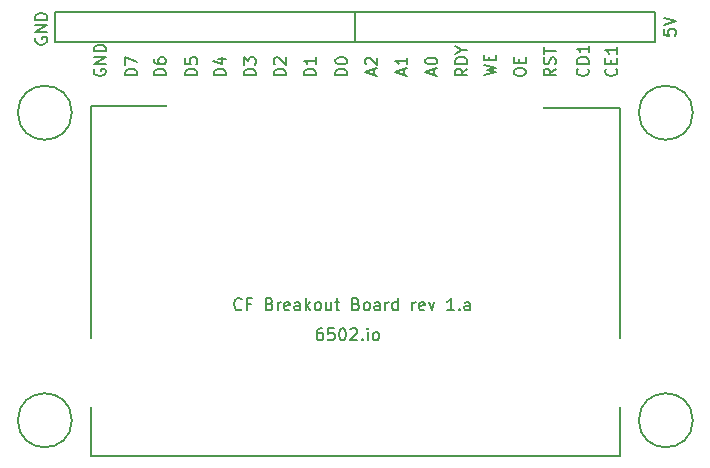
<source format=gto>
G04 #@! TF.FileFunction,Legend,Top*
%FSLAX46Y46*%
G04 Gerber Fmt 4.6, Leading zero omitted, Abs format (unit mm)*
G04 Created by KiCad (PCBNEW (2015-08-16 BZR 6097, Git b384c94)-product) date 1/3/2016 5:05:16 PM*
%MOMM*%
G01*
G04 APERTURE LIST*
%ADD10C,0.100000*%
%ADD11C,0.150000*%
%ADD12C,3.600000*%
%ADD13R,2.127200X2.432000*%
%ADD14O,2.127200X2.432000*%
%ADD15R,3.400000X5.800000*%
%ADD16C,2.900000*%
%ADD17C,3.400000*%
%ADD18R,0.800000X4.900000*%
G04 APERTURE END LIST*
D10*
D11*
X143248334Y-107402381D02*
X143057857Y-107402381D01*
X142962619Y-107450000D01*
X142915000Y-107497619D01*
X142819762Y-107640476D01*
X142772143Y-107830952D01*
X142772143Y-108211905D01*
X142819762Y-108307143D01*
X142867381Y-108354762D01*
X142962619Y-108402381D01*
X143153096Y-108402381D01*
X143248334Y-108354762D01*
X143295953Y-108307143D01*
X143343572Y-108211905D01*
X143343572Y-107973810D01*
X143295953Y-107878571D01*
X143248334Y-107830952D01*
X143153096Y-107783333D01*
X142962619Y-107783333D01*
X142867381Y-107830952D01*
X142819762Y-107878571D01*
X142772143Y-107973810D01*
X144248334Y-107402381D02*
X143772143Y-107402381D01*
X143724524Y-107878571D01*
X143772143Y-107830952D01*
X143867381Y-107783333D01*
X144105477Y-107783333D01*
X144200715Y-107830952D01*
X144248334Y-107878571D01*
X144295953Y-107973810D01*
X144295953Y-108211905D01*
X144248334Y-108307143D01*
X144200715Y-108354762D01*
X144105477Y-108402381D01*
X143867381Y-108402381D01*
X143772143Y-108354762D01*
X143724524Y-108307143D01*
X144915000Y-107402381D02*
X145010239Y-107402381D01*
X145105477Y-107450000D01*
X145153096Y-107497619D01*
X145200715Y-107592857D01*
X145248334Y-107783333D01*
X145248334Y-108021429D01*
X145200715Y-108211905D01*
X145153096Y-108307143D01*
X145105477Y-108354762D01*
X145010239Y-108402381D01*
X144915000Y-108402381D01*
X144819762Y-108354762D01*
X144772143Y-108307143D01*
X144724524Y-108211905D01*
X144676905Y-108021429D01*
X144676905Y-107783333D01*
X144724524Y-107592857D01*
X144772143Y-107497619D01*
X144819762Y-107450000D01*
X144915000Y-107402381D01*
X145629286Y-107497619D02*
X145676905Y-107450000D01*
X145772143Y-107402381D01*
X146010239Y-107402381D01*
X146105477Y-107450000D01*
X146153096Y-107497619D01*
X146200715Y-107592857D01*
X146200715Y-107688095D01*
X146153096Y-107830952D01*
X145581667Y-108402381D01*
X146200715Y-108402381D01*
X146629286Y-108307143D02*
X146676905Y-108354762D01*
X146629286Y-108402381D01*
X146581667Y-108354762D01*
X146629286Y-108307143D01*
X146629286Y-108402381D01*
X147105476Y-108402381D02*
X147105476Y-107735714D01*
X147105476Y-107402381D02*
X147057857Y-107450000D01*
X147105476Y-107497619D01*
X147153095Y-107450000D01*
X147105476Y-107402381D01*
X147105476Y-107497619D01*
X147724523Y-108402381D02*
X147629285Y-108354762D01*
X147581666Y-108307143D01*
X147534047Y-108211905D01*
X147534047Y-107926190D01*
X147581666Y-107830952D01*
X147629285Y-107783333D01*
X147724523Y-107735714D01*
X147867381Y-107735714D01*
X147962619Y-107783333D01*
X148010238Y-107830952D01*
X148057857Y-107926190D01*
X148057857Y-108211905D01*
X148010238Y-108307143D01*
X147962619Y-108354762D01*
X147867381Y-108402381D01*
X147724523Y-108402381D01*
X136415046Y-105767143D02*
X136367427Y-105814762D01*
X136224570Y-105862381D01*
X136129332Y-105862381D01*
X135986474Y-105814762D01*
X135891236Y-105719524D01*
X135843617Y-105624286D01*
X135795998Y-105433810D01*
X135795998Y-105290952D01*
X135843617Y-105100476D01*
X135891236Y-105005238D01*
X135986474Y-104910000D01*
X136129332Y-104862381D01*
X136224570Y-104862381D01*
X136367427Y-104910000D01*
X136415046Y-104957619D01*
X137176951Y-105338571D02*
X136843617Y-105338571D01*
X136843617Y-105862381D02*
X136843617Y-104862381D01*
X137319808Y-104862381D01*
X138795999Y-105338571D02*
X138938856Y-105386190D01*
X138986475Y-105433810D01*
X139034094Y-105529048D01*
X139034094Y-105671905D01*
X138986475Y-105767143D01*
X138938856Y-105814762D01*
X138843618Y-105862381D01*
X138462665Y-105862381D01*
X138462665Y-104862381D01*
X138795999Y-104862381D01*
X138891237Y-104910000D01*
X138938856Y-104957619D01*
X138986475Y-105052857D01*
X138986475Y-105148095D01*
X138938856Y-105243333D01*
X138891237Y-105290952D01*
X138795999Y-105338571D01*
X138462665Y-105338571D01*
X139462665Y-105862381D02*
X139462665Y-105195714D01*
X139462665Y-105386190D02*
X139510284Y-105290952D01*
X139557903Y-105243333D01*
X139653141Y-105195714D01*
X139748380Y-105195714D01*
X140462666Y-105814762D02*
X140367428Y-105862381D01*
X140176951Y-105862381D01*
X140081713Y-105814762D01*
X140034094Y-105719524D01*
X140034094Y-105338571D01*
X140081713Y-105243333D01*
X140176951Y-105195714D01*
X140367428Y-105195714D01*
X140462666Y-105243333D01*
X140510285Y-105338571D01*
X140510285Y-105433810D01*
X140034094Y-105529048D01*
X141367428Y-105862381D02*
X141367428Y-105338571D01*
X141319809Y-105243333D01*
X141224571Y-105195714D01*
X141034094Y-105195714D01*
X140938856Y-105243333D01*
X141367428Y-105814762D02*
X141272190Y-105862381D01*
X141034094Y-105862381D01*
X140938856Y-105814762D01*
X140891237Y-105719524D01*
X140891237Y-105624286D01*
X140938856Y-105529048D01*
X141034094Y-105481429D01*
X141272190Y-105481429D01*
X141367428Y-105433810D01*
X141843618Y-105862381D02*
X141843618Y-104862381D01*
X141938856Y-105481429D02*
X142224571Y-105862381D01*
X142224571Y-105195714D02*
X141843618Y-105576667D01*
X142795999Y-105862381D02*
X142700761Y-105814762D01*
X142653142Y-105767143D01*
X142605523Y-105671905D01*
X142605523Y-105386190D01*
X142653142Y-105290952D01*
X142700761Y-105243333D01*
X142795999Y-105195714D01*
X142938857Y-105195714D01*
X143034095Y-105243333D01*
X143081714Y-105290952D01*
X143129333Y-105386190D01*
X143129333Y-105671905D01*
X143081714Y-105767143D01*
X143034095Y-105814762D01*
X142938857Y-105862381D01*
X142795999Y-105862381D01*
X143986476Y-105195714D02*
X143986476Y-105862381D01*
X143557904Y-105195714D02*
X143557904Y-105719524D01*
X143605523Y-105814762D01*
X143700761Y-105862381D01*
X143843619Y-105862381D01*
X143938857Y-105814762D01*
X143986476Y-105767143D01*
X144319809Y-105195714D02*
X144700761Y-105195714D01*
X144462666Y-104862381D02*
X144462666Y-105719524D01*
X144510285Y-105814762D01*
X144605523Y-105862381D01*
X144700761Y-105862381D01*
X146129334Y-105338571D02*
X146272191Y-105386190D01*
X146319810Y-105433810D01*
X146367429Y-105529048D01*
X146367429Y-105671905D01*
X146319810Y-105767143D01*
X146272191Y-105814762D01*
X146176953Y-105862381D01*
X145796000Y-105862381D01*
X145796000Y-104862381D01*
X146129334Y-104862381D01*
X146224572Y-104910000D01*
X146272191Y-104957619D01*
X146319810Y-105052857D01*
X146319810Y-105148095D01*
X146272191Y-105243333D01*
X146224572Y-105290952D01*
X146129334Y-105338571D01*
X145796000Y-105338571D01*
X146938857Y-105862381D02*
X146843619Y-105814762D01*
X146796000Y-105767143D01*
X146748381Y-105671905D01*
X146748381Y-105386190D01*
X146796000Y-105290952D01*
X146843619Y-105243333D01*
X146938857Y-105195714D01*
X147081715Y-105195714D01*
X147176953Y-105243333D01*
X147224572Y-105290952D01*
X147272191Y-105386190D01*
X147272191Y-105671905D01*
X147224572Y-105767143D01*
X147176953Y-105814762D01*
X147081715Y-105862381D01*
X146938857Y-105862381D01*
X148129334Y-105862381D02*
X148129334Y-105338571D01*
X148081715Y-105243333D01*
X147986477Y-105195714D01*
X147796000Y-105195714D01*
X147700762Y-105243333D01*
X148129334Y-105814762D02*
X148034096Y-105862381D01*
X147796000Y-105862381D01*
X147700762Y-105814762D01*
X147653143Y-105719524D01*
X147653143Y-105624286D01*
X147700762Y-105529048D01*
X147796000Y-105481429D01*
X148034096Y-105481429D01*
X148129334Y-105433810D01*
X148605524Y-105862381D02*
X148605524Y-105195714D01*
X148605524Y-105386190D02*
X148653143Y-105290952D01*
X148700762Y-105243333D01*
X148796000Y-105195714D01*
X148891239Y-105195714D01*
X149653144Y-105862381D02*
X149653144Y-104862381D01*
X149653144Y-105814762D02*
X149557906Y-105862381D01*
X149367429Y-105862381D01*
X149272191Y-105814762D01*
X149224572Y-105767143D01*
X149176953Y-105671905D01*
X149176953Y-105386190D01*
X149224572Y-105290952D01*
X149272191Y-105243333D01*
X149367429Y-105195714D01*
X149557906Y-105195714D01*
X149653144Y-105243333D01*
X150891239Y-105862381D02*
X150891239Y-105195714D01*
X150891239Y-105386190D02*
X150938858Y-105290952D01*
X150986477Y-105243333D01*
X151081715Y-105195714D01*
X151176954Y-105195714D01*
X151891240Y-105814762D02*
X151796002Y-105862381D01*
X151605525Y-105862381D01*
X151510287Y-105814762D01*
X151462668Y-105719524D01*
X151462668Y-105338571D01*
X151510287Y-105243333D01*
X151605525Y-105195714D01*
X151796002Y-105195714D01*
X151891240Y-105243333D01*
X151938859Y-105338571D01*
X151938859Y-105433810D01*
X151462668Y-105529048D01*
X152272192Y-105195714D02*
X152510287Y-105862381D01*
X152748383Y-105195714D01*
X154415050Y-105862381D02*
X153843621Y-105862381D01*
X154129335Y-105862381D02*
X154129335Y-104862381D01*
X154034097Y-105005238D01*
X153938859Y-105100476D01*
X153843621Y-105148095D01*
X154843621Y-105767143D02*
X154891240Y-105814762D01*
X154843621Y-105862381D01*
X154796002Y-105814762D01*
X154843621Y-105767143D01*
X154843621Y-105862381D01*
X155748383Y-105862381D02*
X155748383Y-105338571D01*
X155700764Y-105243333D01*
X155605526Y-105195714D01*
X155415049Y-105195714D01*
X155319811Y-105243333D01*
X155748383Y-105814762D02*
X155653145Y-105862381D01*
X155415049Y-105862381D01*
X155319811Y-105814762D01*
X155272192Y-105719524D01*
X155272192Y-105624286D01*
X155319811Y-105529048D01*
X155415049Y-105481429D01*
X155653145Y-105481429D01*
X155748383Y-105433810D01*
X172172381Y-82089714D02*
X172172381Y-82565905D01*
X172648571Y-82613524D01*
X172600952Y-82565905D01*
X172553333Y-82470667D01*
X172553333Y-82232571D01*
X172600952Y-82137333D01*
X172648571Y-82089714D01*
X172743810Y-82042095D01*
X172981905Y-82042095D01*
X173077143Y-82089714D01*
X173124762Y-82137333D01*
X173172381Y-82232571D01*
X173172381Y-82470667D01*
X173124762Y-82565905D01*
X173077143Y-82613524D01*
X172172381Y-81756381D02*
X173172381Y-81423048D01*
X172172381Y-81089714D01*
X168124143Y-85423476D02*
X168171762Y-85471095D01*
X168219381Y-85613952D01*
X168219381Y-85709190D01*
X168171762Y-85852048D01*
X168076524Y-85947286D01*
X167981286Y-85994905D01*
X167790810Y-86042524D01*
X167647952Y-86042524D01*
X167457476Y-85994905D01*
X167362238Y-85947286D01*
X167267000Y-85852048D01*
X167219381Y-85709190D01*
X167219381Y-85613952D01*
X167267000Y-85471095D01*
X167314619Y-85423476D01*
X167695571Y-84994905D02*
X167695571Y-84661571D01*
X168219381Y-84518714D02*
X168219381Y-84994905D01*
X167219381Y-84994905D01*
X167219381Y-84518714D01*
X168219381Y-83566333D02*
X168219381Y-84137762D01*
X168219381Y-83852048D02*
X167219381Y-83852048D01*
X167362238Y-83947286D01*
X167457476Y-84042524D01*
X167505095Y-84137762D01*
X165711143Y-85423476D02*
X165758762Y-85471095D01*
X165806381Y-85613952D01*
X165806381Y-85709190D01*
X165758762Y-85852048D01*
X165663524Y-85947286D01*
X165568286Y-85994905D01*
X165377810Y-86042524D01*
X165234952Y-86042524D01*
X165044476Y-85994905D01*
X164949238Y-85947286D01*
X164854000Y-85852048D01*
X164806381Y-85709190D01*
X164806381Y-85613952D01*
X164854000Y-85471095D01*
X164901619Y-85423476D01*
X165806381Y-84994905D02*
X164806381Y-84994905D01*
X164806381Y-84756810D01*
X164854000Y-84613952D01*
X164949238Y-84518714D01*
X165044476Y-84471095D01*
X165234952Y-84423476D01*
X165377810Y-84423476D01*
X165568286Y-84471095D01*
X165663524Y-84518714D01*
X165758762Y-84613952D01*
X165806381Y-84756810D01*
X165806381Y-84994905D01*
X165806381Y-83471095D02*
X165806381Y-84042524D01*
X165806381Y-83756810D02*
X164806381Y-83756810D01*
X164949238Y-83852048D01*
X165044476Y-83947286D01*
X165092095Y-84042524D01*
X163012381Y-85423476D02*
X162536190Y-85756810D01*
X163012381Y-85994905D02*
X162012381Y-85994905D01*
X162012381Y-85613952D01*
X162060000Y-85518714D01*
X162107619Y-85471095D01*
X162202857Y-85423476D01*
X162345714Y-85423476D01*
X162440952Y-85471095D01*
X162488571Y-85518714D01*
X162536190Y-85613952D01*
X162536190Y-85994905D01*
X162964762Y-85042524D02*
X163012381Y-84899667D01*
X163012381Y-84661571D01*
X162964762Y-84566333D01*
X162917143Y-84518714D01*
X162821905Y-84471095D01*
X162726667Y-84471095D01*
X162631429Y-84518714D01*
X162583810Y-84566333D01*
X162536190Y-84661571D01*
X162488571Y-84852048D01*
X162440952Y-84947286D01*
X162393333Y-84994905D01*
X162298095Y-85042524D01*
X162202857Y-85042524D01*
X162107619Y-84994905D01*
X162060000Y-84947286D01*
X162012381Y-84852048D01*
X162012381Y-84613952D01*
X162060000Y-84471095D01*
X162012381Y-84185381D02*
X162012381Y-83613952D01*
X163012381Y-83899667D02*
X162012381Y-83899667D01*
X159472381Y-85804429D02*
X159472381Y-85613952D01*
X159520000Y-85518714D01*
X159615238Y-85423476D01*
X159805714Y-85375857D01*
X160139048Y-85375857D01*
X160329524Y-85423476D01*
X160424762Y-85518714D01*
X160472381Y-85613952D01*
X160472381Y-85804429D01*
X160424762Y-85899667D01*
X160329524Y-85994905D01*
X160139048Y-86042524D01*
X159805714Y-86042524D01*
X159615238Y-85994905D01*
X159520000Y-85899667D01*
X159472381Y-85804429D01*
X159948571Y-84947286D02*
X159948571Y-84613952D01*
X160472381Y-84471095D02*
X160472381Y-84947286D01*
X159472381Y-84947286D01*
X159472381Y-84471095D01*
X156932381Y-85963143D02*
X157932381Y-85725048D01*
X157218095Y-85534571D01*
X157932381Y-85344095D01*
X156932381Y-85106000D01*
X157408571Y-84725048D02*
X157408571Y-84391714D01*
X157932381Y-84248857D02*
X157932381Y-84725048D01*
X156932381Y-84725048D01*
X156932381Y-84248857D01*
X155519381Y-85423476D02*
X155043190Y-85756810D01*
X155519381Y-85994905D02*
X154519381Y-85994905D01*
X154519381Y-85613952D01*
X154567000Y-85518714D01*
X154614619Y-85471095D01*
X154709857Y-85423476D01*
X154852714Y-85423476D01*
X154947952Y-85471095D01*
X154995571Y-85518714D01*
X155043190Y-85613952D01*
X155043190Y-85994905D01*
X155519381Y-84994905D02*
X154519381Y-84994905D01*
X154519381Y-84756810D01*
X154567000Y-84613952D01*
X154662238Y-84518714D01*
X154757476Y-84471095D01*
X154947952Y-84423476D01*
X155090810Y-84423476D01*
X155281286Y-84471095D01*
X155376524Y-84518714D01*
X155471762Y-84613952D01*
X155519381Y-84756810D01*
X155519381Y-84994905D01*
X155043190Y-83804429D02*
X155519381Y-83804429D01*
X154519381Y-84137762D02*
X155043190Y-83804429D01*
X154519381Y-83471095D01*
X152693667Y-85915524D02*
X152693667Y-85439333D01*
X152979381Y-86010762D02*
X151979381Y-85677429D01*
X152979381Y-85344095D01*
X151979381Y-84820286D02*
X151979381Y-84725047D01*
X152027000Y-84629809D01*
X152074619Y-84582190D01*
X152169857Y-84534571D01*
X152360333Y-84486952D01*
X152598429Y-84486952D01*
X152788905Y-84534571D01*
X152884143Y-84582190D01*
X152931762Y-84629809D01*
X152979381Y-84725047D01*
X152979381Y-84820286D01*
X152931762Y-84915524D01*
X152884143Y-84963143D01*
X152788905Y-85010762D01*
X152598429Y-85058381D01*
X152360333Y-85058381D01*
X152169857Y-85010762D01*
X152074619Y-84963143D01*
X152027000Y-84915524D01*
X151979381Y-84820286D01*
X150153667Y-85915524D02*
X150153667Y-85439333D01*
X150439381Y-86010762D02*
X149439381Y-85677429D01*
X150439381Y-85344095D01*
X150439381Y-84486952D02*
X150439381Y-85058381D01*
X150439381Y-84772667D02*
X149439381Y-84772667D01*
X149582238Y-84867905D01*
X149677476Y-84963143D01*
X149725095Y-85058381D01*
X147613667Y-85915524D02*
X147613667Y-85439333D01*
X147899381Y-86010762D02*
X146899381Y-85677429D01*
X147899381Y-85344095D01*
X146994619Y-85058381D02*
X146947000Y-85010762D01*
X146899381Y-84915524D01*
X146899381Y-84677428D01*
X146947000Y-84582190D01*
X146994619Y-84534571D01*
X147089857Y-84486952D01*
X147185095Y-84486952D01*
X147327952Y-84534571D01*
X147899381Y-85106000D01*
X147899381Y-84486952D01*
X145359381Y-85994905D02*
X144359381Y-85994905D01*
X144359381Y-85756810D01*
X144407000Y-85613952D01*
X144502238Y-85518714D01*
X144597476Y-85471095D01*
X144787952Y-85423476D01*
X144930810Y-85423476D01*
X145121286Y-85471095D01*
X145216524Y-85518714D01*
X145311762Y-85613952D01*
X145359381Y-85756810D01*
X145359381Y-85994905D01*
X144359381Y-84804429D02*
X144359381Y-84709190D01*
X144407000Y-84613952D01*
X144454619Y-84566333D01*
X144549857Y-84518714D01*
X144740333Y-84471095D01*
X144978429Y-84471095D01*
X145168905Y-84518714D01*
X145264143Y-84566333D01*
X145311762Y-84613952D01*
X145359381Y-84709190D01*
X145359381Y-84804429D01*
X145311762Y-84899667D01*
X145264143Y-84947286D01*
X145168905Y-84994905D01*
X144978429Y-85042524D01*
X144740333Y-85042524D01*
X144549857Y-84994905D01*
X144454619Y-84947286D01*
X144407000Y-84899667D01*
X144359381Y-84804429D01*
X142692381Y-85994905D02*
X141692381Y-85994905D01*
X141692381Y-85756810D01*
X141740000Y-85613952D01*
X141835238Y-85518714D01*
X141930476Y-85471095D01*
X142120952Y-85423476D01*
X142263810Y-85423476D01*
X142454286Y-85471095D01*
X142549524Y-85518714D01*
X142644762Y-85613952D01*
X142692381Y-85756810D01*
X142692381Y-85994905D01*
X142692381Y-84471095D02*
X142692381Y-85042524D01*
X142692381Y-84756810D02*
X141692381Y-84756810D01*
X141835238Y-84852048D01*
X141930476Y-84947286D01*
X141978095Y-85042524D01*
X140152381Y-85994905D02*
X139152381Y-85994905D01*
X139152381Y-85756810D01*
X139200000Y-85613952D01*
X139295238Y-85518714D01*
X139390476Y-85471095D01*
X139580952Y-85423476D01*
X139723810Y-85423476D01*
X139914286Y-85471095D01*
X140009524Y-85518714D01*
X140104762Y-85613952D01*
X140152381Y-85756810D01*
X140152381Y-85994905D01*
X139247619Y-85042524D02*
X139200000Y-84994905D01*
X139152381Y-84899667D01*
X139152381Y-84661571D01*
X139200000Y-84566333D01*
X139247619Y-84518714D01*
X139342857Y-84471095D01*
X139438095Y-84471095D01*
X139580952Y-84518714D01*
X140152381Y-85090143D01*
X140152381Y-84471095D01*
X137612381Y-85994905D02*
X136612381Y-85994905D01*
X136612381Y-85756810D01*
X136660000Y-85613952D01*
X136755238Y-85518714D01*
X136850476Y-85471095D01*
X137040952Y-85423476D01*
X137183810Y-85423476D01*
X137374286Y-85471095D01*
X137469524Y-85518714D01*
X137564762Y-85613952D01*
X137612381Y-85756810D01*
X137612381Y-85994905D01*
X136612381Y-85090143D02*
X136612381Y-84471095D01*
X136993333Y-84804429D01*
X136993333Y-84661571D01*
X137040952Y-84566333D01*
X137088571Y-84518714D01*
X137183810Y-84471095D01*
X137421905Y-84471095D01*
X137517143Y-84518714D01*
X137564762Y-84566333D01*
X137612381Y-84661571D01*
X137612381Y-84947286D01*
X137564762Y-85042524D01*
X137517143Y-85090143D01*
X135072381Y-85994905D02*
X134072381Y-85994905D01*
X134072381Y-85756810D01*
X134120000Y-85613952D01*
X134215238Y-85518714D01*
X134310476Y-85471095D01*
X134500952Y-85423476D01*
X134643810Y-85423476D01*
X134834286Y-85471095D01*
X134929524Y-85518714D01*
X135024762Y-85613952D01*
X135072381Y-85756810D01*
X135072381Y-85994905D01*
X134405714Y-84566333D02*
X135072381Y-84566333D01*
X134024762Y-84804429D02*
X134739048Y-85042524D01*
X134739048Y-84423476D01*
X132659381Y-85994905D02*
X131659381Y-85994905D01*
X131659381Y-85756810D01*
X131707000Y-85613952D01*
X131802238Y-85518714D01*
X131897476Y-85471095D01*
X132087952Y-85423476D01*
X132230810Y-85423476D01*
X132421286Y-85471095D01*
X132516524Y-85518714D01*
X132611762Y-85613952D01*
X132659381Y-85756810D01*
X132659381Y-85994905D01*
X131659381Y-84518714D02*
X131659381Y-84994905D01*
X132135571Y-85042524D01*
X132087952Y-84994905D01*
X132040333Y-84899667D01*
X132040333Y-84661571D01*
X132087952Y-84566333D01*
X132135571Y-84518714D01*
X132230810Y-84471095D01*
X132468905Y-84471095D01*
X132564143Y-84518714D01*
X132611762Y-84566333D01*
X132659381Y-84661571D01*
X132659381Y-84899667D01*
X132611762Y-84994905D01*
X132564143Y-85042524D01*
X129992381Y-85994905D02*
X128992381Y-85994905D01*
X128992381Y-85756810D01*
X129040000Y-85613952D01*
X129135238Y-85518714D01*
X129230476Y-85471095D01*
X129420952Y-85423476D01*
X129563810Y-85423476D01*
X129754286Y-85471095D01*
X129849524Y-85518714D01*
X129944762Y-85613952D01*
X129992381Y-85756810D01*
X129992381Y-85994905D01*
X128992381Y-84566333D02*
X128992381Y-84756810D01*
X129040000Y-84852048D01*
X129087619Y-84899667D01*
X129230476Y-84994905D01*
X129420952Y-85042524D01*
X129801905Y-85042524D01*
X129897143Y-84994905D01*
X129944762Y-84947286D01*
X129992381Y-84852048D01*
X129992381Y-84661571D01*
X129944762Y-84566333D01*
X129897143Y-84518714D01*
X129801905Y-84471095D01*
X129563810Y-84471095D01*
X129468571Y-84518714D01*
X129420952Y-84566333D01*
X129373333Y-84661571D01*
X129373333Y-84852048D01*
X129420952Y-84947286D01*
X129468571Y-84994905D01*
X129563810Y-85042524D01*
X127579381Y-85994905D02*
X126579381Y-85994905D01*
X126579381Y-85756810D01*
X126627000Y-85613952D01*
X126722238Y-85518714D01*
X126817476Y-85471095D01*
X127007952Y-85423476D01*
X127150810Y-85423476D01*
X127341286Y-85471095D01*
X127436524Y-85518714D01*
X127531762Y-85613952D01*
X127579381Y-85756810D01*
X127579381Y-85994905D01*
X126579381Y-85090143D02*
X126579381Y-84423476D01*
X127579381Y-84852048D01*
X123960000Y-85471095D02*
X123912381Y-85566333D01*
X123912381Y-85709190D01*
X123960000Y-85852048D01*
X124055238Y-85947286D01*
X124150476Y-85994905D01*
X124340952Y-86042524D01*
X124483810Y-86042524D01*
X124674286Y-85994905D01*
X124769524Y-85947286D01*
X124864762Y-85852048D01*
X124912381Y-85709190D01*
X124912381Y-85613952D01*
X124864762Y-85471095D01*
X124817143Y-85423476D01*
X124483810Y-85423476D01*
X124483810Y-85613952D01*
X124912381Y-84994905D02*
X123912381Y-84994905D01*
X124912381Y-84423476D01*
X123912381Y-84423476D01*
X124912381Y-83947286D02*
X123912381Y-83947286D01*
X123912381Y-83709191D01*
X123960000Y-83566333D01*
X124055238Y-83471095D01*
X124150476Y-83423476D01*
X124340952Y-83375857D01*
X124483810Y-83375857D01*
X124674286Y-83423476D01*
X124769524Y-83471095D01*
X124864762Y-83566333D01*
X124912381Y-83709191D01*
X124912381Y-83947286D01*
X119007000Y-82803904D02*
X118959381Y-82899142D01*
X118959381Y-83041999D01*
X119007000Y-83184857D01*
X119102238Y-83280095D01*
X119197476Y-83327714D01*
X119387952Y-83375333D01*
X119530810Y-83375333D01*
X119721286Y-83327714D01*
X119816524Y-83280095D01*
X119911762Y-83184857D01*
X119959381Y-83041999D01*
X119959381Y-82946761D01*
X119911762Y-82803904D01*
X119864143Y-82756285D01*
X119530810Y-82756285D01*
X119530810Y-82946761D01*
X119959381Y-82327714D02*
X118959381Y-82327714D01*
X119959381Y-81756285D01*
X118959381Y-81756285D01*
X119959381Y-81280095D02*
X118959381Y-81280095D01*
X118959381Y-81042000D01*
X119007000Y-80899142D01*
X119102238Y-80803904D01*
X119197476Y-80756285D01*
X119387952Y-80708666D01*
X119530810Y-80708666D01*
X119721286Y-80756285D01*
X119816524Y-80803904D01*
X119911762Y-80899142D01*
X119959381Y-81042000D01*
X119959381Y-81280095D01*
X122047000Y-89154000D02*
G75*
G03X122047000Y-89154000I-2286000J0D01*
G01*
X174625000Y-89154000D02*
G75*
G03X174625000Y-89154000I-2286000J0D01*
G01*
X174625000Y-115189000D02*
G75*
G03X174625000Y-115189000I-2286000J0D01*
G01*
X146050000Y-80645000D02*
X146050000Y-83185000D01*
X120777000Y-80645000D02*
X120650000Y-80645000D01*
X120650000Y-80645000D02*
X120650000Y-83185000D01*
X120650000Y-83185000D02*
X120777000Y-83185000D01*
X123190000Y-83185000D02*
X120777000Y-83185000D01*
X120777000Y-80645000D02*
X123190000Y-80645000D01*
X123190000Y-83185000D02*
X171450000Y-83185000D01*
X171450000Y-83185000D02*
X171450000Y-80645000D01*
X171450000Y-80645000D02*
X123190000Y-80645000D01*
X123661000Y-118213000D02*
X168461000Y-118213000D01*
X168461000Y-118213000D02*
X168461000Y-88713000D01*
X168461000Y-88713000D02*
X123661000Y-88613000D01*
X123661000Y-88613000D02*
X123661000Y-118213000D01*
X122047000Y-115189000D02*
G75*
G03X122047000Y-115189000I-2286000J0D01*
G01*
%LPC*%
D12*
X119761000Y-89154000D03*
X172339000Y-89154000D03*
X172339000Y-115189000D03*
D13*
X121920000Y-81915000D03*
D14*
X124460000Y-81915000D03*
X127000000Y-81915000D03*
X129540000Y-81915000D03*
X132080000Y-81915000D03*
X134620000Y-81915000D03*
X137160000Y-81915000D03*
X139700000Y-81915000D03*
X142240000Y-81915000D03*
X144780000Y-81915000D03*
X147320000Y-81915000D03*
X149860000Y-81915000D03*
X152400000Y-81915000D03*
X154940000Y-81915000D03*
X157480000Y-81915000D03*
X160020000Y-81915000D03*
X162560000Y-81915000D03*
X165100000Y-81915000D03*
X167640000Y-81915000D03*
X170180000Y-81915000D03*
D15*
X167869000Y-111147000D03*
D16*
X166121000Y-94613000D03*
X125961000Y-94613000D03*
D17*
X166121000Y-91613000D03*
D18*
X161590000Y-88659000D03*
X160955000Y-88659000D03*
X160320000Y-88659000D03*
X159685000Y-88659000D03*
X159050000Y-88659000D03*
X158415000Y-88659000D03*
X157780000Y-88659000D03*
X157145000Y-88659000D03*
X156510000Y-88659000D03*
X155875000Y-88659000D03*
X155240000Y-88659000D03*
X154605000Y-88659000D03*
X153970000Y-88659000D03*
X153335000Y-88659000D03*
X152700000Y-88659000D03*
X152065000Y-88659000D03*
X151430000Y-88659000D03*
X150795000Y-88659000D03*
X150160000Y-88659000D03*
X149525000Y-88659000D03*
X148890000Y-88659000D03*
X148255000Y-88659000D03*
X147620000Y-88659000D03*
X146985000Y-88659000D03*
X146350000Y-88659000D03*
X145715000Y-88659000D03*
X145080000Y-88659000D03*
X144445000Y-88659000D03*
X143810000Y-88659000D03*
X143175000Y-88659000D03*
X142540000Y-88659000D03*
X141905000Y-88659000D03*
X141270000Y-88659000D03*
X140635000Y-88659000D03*
X140000000Y-88659000D03*
X139365000Y-88659000D03*
X138730000Y-88659000D03*
X137460000Y-88659000D03*
X138095000Y-88659000D03*
X136825000Y-88659000D03*
X136190000Y-88659000D03*
X135555000Y-88659000D03*
X134920000Y-88659000D03*
X134285000Y-88659000D03*
X133015000Y-88659000D03*
X132380000Y-88659000D03*
X131745000Y-88659000D03*
X131110000Y-88659000D03*
X130475000Y-88659000D03*
D17*
X125961000Y-91613000D03*
D18*
X133650000Y-88659000D03*
D15*
X124449000Y-111147000D03*
D12*
X119761000Y-115189000D03*
M02*

</source>
